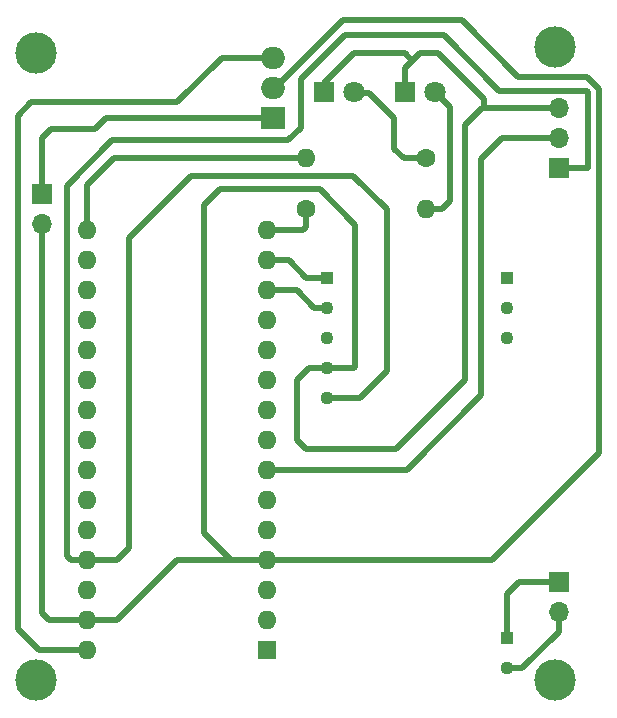
<source format=gbr>
%TF.GenerationSoftware,KiCad,Pcbnew,7.0.5*%
%TF.CreationDate,2024-02-22T14:35:59-05:00*%
%TF.ProjectId,ControlAcceso,436f6e74-726f-46c4-9163-6365736f2e6b,rev?*%
%TF.SameCoordinates,Original*%
%TF.FileFunction,Copper,L2,Bot*%
%TF.FilePolarity,Positive*%
%FSLAX46Y46*%
G04 Gerber Fmt 4.6, Leading zero omitted, Abs format (unit mm)*
G04 Created by KiCad (PCBNEW 7.0.5) date 2024-02-22 14:35:59*
%MOMM*%
%LPD*%
G01*
G04 APERTURE LIST*
%TA.AperFunction,ComponentPad*%
%ADD10R,1.700000X1.700000*%
%TD*%
%TA.AperFunction,ComponentPad*%
%ADD11O,1.700000X1.700000*%
%TD*%
%TA.AperFunction,ComponentPad*%
%ADD12R,1.800000X1.800000*%
%TD*%
%TA.AperFunction,ComponentPad*%
%ADD13C,1.800000*%
%TD*%
%TA.AperFunction,ComponentPad*%
%ADD14C,3.500000*%
%TD*%
%TA.AperFunction,ComponentPad*%
%ADD15R,1.600000X1.600000*%
%TD*%
%TA.AperFunction,ComponentPad*%
%ADD16O,1.600000X1.600000*%
%TD*%
%TA.AperFunction,ComponentPad*%
%ADD17C,1.108000*%
%TD*%
%TA.AperFunction,ComponentPad*%
%ADD18R,1.108000X1.108000*%
%TD*%
%TA.AperFunction,ComponentPad*%
%ADD19C,1.600000*%
%TD*%
%TA.AperFunction,ComponentPad*%
%ADD20R,2.000000X1.905000*%
%TD*%
%TA.AperFunction,ComponentPad*%
%ADD21O,2.000000X1.905000*%
%TD*%
%TA.AperFunction,Conductor*%
%ADD22C,0.500000*%
%TD*%
G04 APERTURE END LIST*
D10*
%TO.P,ANT1,1,Pin_1*%
%TO.N,Net-(ANT1-Pin_1)*%
X242125000Y-84100000D03*
D11*
%TO.P,ANT1,2,Pin_2*%
%TO.N,Net-(ANT1-Pin_2)*%
X242125000Y-86640000D03*
%TD*%
D12*
%TO.P,D2,1,K*%
%TO.N,GND*%
X222310000Y-42660000D03*
D13*
%TO.P,D2,2,A*%
%TO.N,Net-(D2-A)*%
X224850000Y-42660000D03*
%TD*%
D14*
%TO.P,,1*%
%TO.N,N/C*%
X197866000Y-92456000D03*
%TD*%
D12*
%TO.P,D1,1,K*%
%TO.N,GND*%
X229108000Y-42672000D03*
D13*
%TO.P,D1,2,A*%
%TO.N,Net-(D1-A)*%
X231648000Y-42672000D03*
%TD*%
D14*
%TO.P,,1*%
%TO.N,N/C*%
X197866000Y-39370000D03*
%TD*%
D15*
%TO.P,A1,1,D1/TX*%
%TO.N,unconnected-(A1-D1{slash}TX-Pad1)*%
X217424000Y-89916000D03*
D16*
%TO.P,A1,2,D0/RX*%
%TO.N,unconnected-(A1-D0{slash}RX-Pad2)*%
X217424000Y-87376000D03*
%TO.P,A1,3,~{RESET}*%
%TO.N,unconnected-(A1-~{RESET}-Pad3)*%
X217424000Y-84836000D03*
%TO.P,A1,4,GND*%
%TO.N,GND*%
X217424000Y-82296000D03*
%TO.P,A1,5,D2*%
%TO.N,unconnected-(A1-D2-Pad5)*%
X217424000Y-79756000D03*
%TO.P,A1,6,D3*%
%TO.N,unconnected-(A1-D3-Pad6)*%
X217424000Y-77216000D03*
%TO.P,A1,7,D4*%
%TO.N,OUT*%
X217424000Y-74676000D03*
%TO.P,A1,8,D5*%
%TO.N,unconnected-(A1-D5-Pad8)*%
X217424000Y-72136000D03*
%TO.P,A1,9,D6*%
%TO.N,unconnected-(A1-D6-Pad9)*%
X217424000Y-69596000D03*
%TO.P,A1,10,D7*%
%TO.N,unconnected-(A1-D7-Pad10)*%
X217424000Y-67056000D03*
%TO.P,A1,11,D8*%
%TO.N,unconnected-(A1-D8-Pad11)*%
X217424000Y-64516000D03*
%TO.P,A1,12,D9*%
%TO.N,unconnected-(A1-D9-Pad12)*%
X217424000Y-61976000D03*
%TO.P,A1,13,D10*%
%TO.N,TX-SERIAL*%
X217424000Y-59436000D03*
%TO.P,A1,14,D11*%
%TO.N,RX-SERIAL*%
X217424000Y-56896000D03*
%TO.P,A1,15,D12*%
%TO.N,LED-ON*%
X217424000Y-54356000D03*
%TO.P,A1,16,D13*%
%TO.N,LED-OFF*%
X202184000Y-54356000D03*
%TO.P,A1,17,3V3*%
%TO.N,3V3*%
X202184000Y-56896000D03*
%TO.P,A1,18,AREF*%
%TO.N,unconnected-(A1-AREF-Pad18)*%
X202184000Y-59436000D03*
%TO.P,A1,19,A0*%
%TO.N,unconnected-(A1-A0-Pad19)*%
X202184000Y-61976000D03*
%TO.P,A1,20,A1*%
%TO.N,unconnected-(A1-A1-Pad20)*%
X202184000Y-64516000D03*
%TO.P,A1,21,A2*%
%TO.N,unconnected-(A1-A2-Pad21)*%
X202184000Y-67056000D03*
%TO.P,A1,22,A3*%
%TO.N,unconnected-(A1-A3-Pad22)*%
X202184000Y-69596000D03*
%TO.P,A1,23,A4*%
%TO.N,unconnected-(A1-A4-Pad23)*%
X202184000Y-72136000D03*
%TO.P,A1,24,A5*%
%TO.N,unconnected-(A1-A5-Pad24)*%
X202184000Y-74676000D03*
%TO.P,A1,25,A6*%
%TO.N,unconnected-(A1-A6-Pad25)*%
X202184000Y-77216000D03*
%TO.P,A1,26,A7*%
%TO.N,unconnected-(A1-A7-Pad26)*%
X202184000Y-79756000D03*
%TO.P,A1,27,+5V*%
%TO.N,+5V*%
X202184000Y-82296000D03*
%TO.P,A1,28,~{RESET}*%
%TO.N,unconnected-(A1-~{RESET}-Pad28)*%
X202184000Y-84836000D03*
%TO.P,A1,29,GND*%
%TO.N,GND*%
X202184000Y-87376000D03*
%TO.P,A1,30,VIN*%
%TO.N,VIN*%
X202184000Y-89916000D03*
%TD*%
D17*
%TO.P,RDM1,ANT1,ANT1*%
%TO.N,Net-(ANT1-Pin_2)*%
X237744000Y-91397500D03*
D18*
%TO.P,RDM1,ANT2,ANT2*%
%TO.N,Net-(ANT1-Pin_1)*%
X237744000Y-88857500D03*
D17*
%TO.P,RDM1,D0,D0*%
%TO.N,unconnected-(RDM1-PadD0)*%
X222504000Y-63457500D03*
%TO.P,RDM1,GND,GND*%
%TO.N,GND*%
X222504000Y-65997500D03*
%TO.P,RDM1,GND1,GND1*%
%TO.N,unconnected-(RDM1-PadGND1)*%
X237744000Y-63457500D03*
D18*
%TO.P,RDM1,LED,LED*%
%TO.N,unconnected-(RDM1-PadLED)*%
X237744000Y-58377500D03*
D17*
%TO.P,RDM1,RX,RX*%
%TO.N,TX-SERIAL*%
X222504000Y-60917500D03*
D18*
%TO.P,RDM1,TX,TX*%
%TO.N,RX-SERIAL*%
X222504000Y-58377500D03*
D17*
%TO.P,RDM1,VCC,VCC*%
%TO.N,+5V*%
X222504000Y-68537500D03*
%TO.P,RDM1,VCC1,VCC1*%
%TO.N,unconnected-(RDM1-PadVCC1)*%
X237744000Y-60917500D03*
%TD*%
D19*
%TO.P,R1,1*%
%TO.N,Net-(D2-A)*%
X230886000Y-48260000D03*
D16*
%TO.P,R1,2*%
%TO.N,LED-OFF*%
X220726000Y-48260000D03*
%TD*%
D20*
%TO.P,U1,1,VI*%
%TO.N,Net-(DC-9V1-Pin_1)*%
X217932000Y-44830000D03*
D21*
%TO.P,U1,2,GND*%
%TO.N,GND*%
X217932000Y-42290000D03*
%TO.P,U1,3,VO*%
%TO.N,VIN*%
X217932000Y-39750000D03*
%TD*%
D10*
%TO.P,Salida1,1,Pin_1*%
%TO.N,+5V*%
X242125000Y-49125000D03*
D11*
%TO.P,Salida1,2,Pin_2*%
%TO.N,OUT*%
X242125000Y-46585000D03*
%TO.P,Salida1,3,Pin_3*%
%TO.N,GND*%
X242125000Y-44045000D03*
%TD*%
D19*
%TO.P,R2,1*%
%TO.N,LED-ON*%
X220726000Y-52578000D03*
D16*
%TO.P,R2,2*%
%TO.N,Net-(D1-A)*%
X230886000Y-52578000D03*
%TD*%
D10*
%TO.P,DC-9V1,1,Pin_1*%
%TO.N,Net-(DC-9V1-Pin_1)*%
X198370000Y-51303000D03*
D11*
%TO.P,DC-9V1,2,Pin_2*%
%TO.N,GND*%
X198370000Y-53843000D03*
%TD*%
D14*
%TO.P,,1*%
%TO.N,N/C*%
X241808000Y-38862000D03*
%TD*%
%TO.P,,1*%
%TO.N,N/C*%
X241808000Y-92456000D03*
%TD*%
D22*
%TO.N,GND*%
X223874000Y-36576000D02*
X233934000Y-36576000D01*
X245560000Y-42370000D02*
X245560000Y-73190000D01*
X244540000Y-41350000D02*
X245560000Y-42370000D01*
X198370000Y-86740000D02*
X199006000Y-87376000D01*
X229108000Y-40640000D02*
X229108000Y-42672000D01*
X209804000Y-82296000D02*
X217424000Y-82296000D01*
X231902000Y-39370000D02*
X230378000Y-39370000D01*
X214396000Y-82296000D02*
X212110000Y-80010000D01*
X234188000Y-67056000D02*
X234188000Y-45466000D01*
X219964000Y-67056000D02*
X219964000Y-72136000D01*
X238708000Y-41350000D02*
X244540000Y-41350000D01*
X198370000Y-53843000D02*
X198370000Y-86740000D01*
X224900000Y-65940000D02*
X224842500Y-65997500D01*
X245560000Y-73190000D02*
X236454000Y-82296000D01*
X235775000Y-43243000D02*
X231902000Y-39370000D01*
X213430000Y-50900000D02*
X221920000Y-50900000D01*
X221920000Y-50900000D02*
X224900000Y-53880000D01*
X222310000Y-41850000D02*
X224790000Y-39370000D01*
X202184000Y-87376000D02*
X204724000Y-87376000D01*
X228346000Y-72898000D02*
X234188000Y-67056000D01*
X212110000Y-80010000D02*
X212110000Y-52220000D01*
X239115050Y-44045000D02*
X242125000Y-44045000D01*
X220726000Y-72898000D02*
X228346000Y-72898000D01*
X217424000Y-82296000D02*
X214396000Y-82296000D01*
X224900000Y-53880000D02*
X224900000Y-65940000D01*
X230378000Y-39370000D02*
X229748000Y-40000000D01*
X219964000Y-72136000D02*
X220726000Y-72898000D01*
X218160000Y-42290000D02*
X223874000Y-36576000D01*
X229748000Y-40000000D02*
X229108000Y-40640000D01*
X234188000Y-45466000D02*
X235609000Y-44045000D01*
X221022500Y-65997500D02*
X219964000Y-67056000D01*
X224790000Y-39370000D02*
X229118000Y-39370000D01*
X229118000Y-39370000D02*
X229748000Y-40000000D01*
X222310000Y-42660000D02*
X222310000Y-41850000D01*
X222504000Y-65997500D02*
X221022500Y-65997500D01*
X236454000Y-82296000D02*
X217424000Y-82296000D01*
X199006000Y-87376000D02*
X202184000Y-87376000D01*
X204724000Y-87376000D02*
X209804000Y-82296000D01*
X233934000Y-36576000D02*
X238708000Y-41350000D01*
X229108000Y-42672000D02*
X229108000Y-40894000D01*
X212110000Y-52220000D02*
X213430000Y-50900000D01*
X224842500Y-65997500D02*
X222504000Y-65997500D01*
X217730000Y-42290000D02*
X218160000Y-42290000D01*
X242125000Y-44045000D02*
X235775000Y-44045000D01*
X235609000Y-44045000D02*
X235775000Y-44045000D01*
X235775000Y-44045000D02*
X235775000Y-43243000D01*
%TO.N,LED-ON*%
X220726000Y-54102000D02*
X220726000Y-52578000D01*
X217424000Y-54356000D02*
X220472000Y-54356000D01*
X220472000Y-54356000D02*
X220726000Y-54102000D01*
%TO.N,LED-OFF*%
X202184000Y-50546000D02*
X204470000Y-48260000D01*
X204470000Y-48260000D02*
X220726000Y-48260000D01*
X202184000Y-54356000D02*
X202184000Y-50546000D01*
%TO.N,OUT*%
X235600000Y-68330000D02*
X229254000Y-74676000D01*
X235600000Y-48300000D02*
X235600000Y-68330000D01*
X229254000Y-74676000D02*
X217424000Y-74676000D01*
X242125000Y-46585000D02*
X237315000Y-46585000D01*
X237315000Y-46585000D02*
X235600000Y-48300000D01*
%TO.N,+5V*%
X210970000Y-49750000D02*
X224756000Y-49750000D01*
X200876000Y-82296000D02*
X200490000Y-81910000D01*
X204704000Y-82296000D02*
X205725000Y-81275000D01*
X232410000Y-37846000D02*
X237114000Y-42550000D01*
X205725000Y-54995000D02*
X210970000Y-49750000D01*
X220290000Y-45690000D02*
X220290000Y-41570000D01*
X219260000Y-46720000D02*
X220290000Y-45690000D01*
X200490000Y-50570000D02*
X204340000Y-46720000D01*
X244490000Y-42550000D02*
X244590000Y-42650000D01*
X244590000Y-49060000D02*
X244525000Y-49125000D01*
X202184000Y-82296000D02*
X204704000Y-82296000D01*
X200490000Y-81910000D02*
X200490000Y-50570000D01*
X204340000Y-46720000D02*
X219260000Y-46720000D01*
X244525000Y-49125000D02*
X242125000Y-49125000D01*
X224014000Y-37846000D02*
X232410000Y-37846000D01*
X237114000Y-42550000D02*
X244490000Y-42550000D01*
X220290000Y-41570000D02*
X224014000Y-37846000D01*
X205725000Y-81275000D02*
X205725000Y-54995000D01*
X202184000Y-82296000D02*
X200876000Y-82296000D01*
X227584000Y-66311000D02*
X225357500Y-68537500D01*
X224756000Y-49750000D02*
X227584000Y-52578000D01*
X244590000Y-42650000D02*
X244590000Y-49060000D01*
X227584000Y-52578000D02*
X227584000Y-66311000D01*
X225357500Y-68537500D02*
X222504000Y-68537500D01*
%TO.N,VIN*%
X202184000Y-89916000D02*
X198096000Y-89916000D01*
X198096000Y-89916000D02*
X196330000Y-88150000D01*
X209810000Y-43540000D02*
X213600000Y-39750000D01*
X197460000Y-43540000D02*
X209810000Y-43540000D01*
X196330000Y-88150000D02*
X196330000Y-44670000D01*
X213600000Y-39750000D02*
X217730000Y-39750000D01*
X196330000Y-44670000D02*
X197460000Y-43540000D01*
%TO.N,Net-(D1-A)*%
X231648000Y-42672000D02*
X232918000Y-43942000D01*
X232232000Y-52578000D02*
X230886000Y-52578000D01*
X232918000Y-51868000D02*
X232930000Y-51880000D01*
X232930000Y-51880000D02*
X232232000Y-52578000D01*
X232918000Y-43942000D02*
X232918000Y-51868000D01*
%TO.N,Net-(D2-A)*%
X229010000Y-48260000D02*
X230886000Y-48260000D01*
X226080000Y-42700000D02*
X228220000Y-44840000D01*
X224890000Y-42700000D02*
X226080000Y-42700000D01*
X228220000Y-44840000D02*
X228220000Y-47470000D01*
X228220000Y-47470000D02*
X229010000Y-48260000D01*
X224850000Y-42660000D02*
X224890000Y-42700000D01*
%TO.N,RX-SERIAL*%
X222504000Y-58377500D02*
X220767500Y-58377500D01*
X220767500Y-58377500D02*
X219286000Y-56896000D01*
X219286000Y-56896000D02*
X217424000Y-56896000D01*
%TO.N,TX-SERIAL*%
X221445500Y-60917500D02*
X219964000Y-59436000D01*
X222504000Y-60917500D02*
X221445500Y-60917500D01*
X219964000Y-59436000D02*
X217424000Y-59436000D01*
%TO.N,Net-(ANT1-Pin_2)*%
X242125000Y-88335000D02*
X242125000Y-86640000D01*
X237744000Y-91397500D02*
X239062500Y-91397500D01*
X239062500Y-91397500D02*
X242125000Y-88335000D01*
%TO.N,Net-(ANT1-Pin_1)*%
X237744000Y-88857500D02*
X237744000Y-85131000D01*
X238775000Y-84100000D02*
X242125000Y-84100000D01*
X237744000Y-85131000D02*
X238775000Y-84100000D01*
%TO.N,Net-(DC-9V1-Pin_1)*%
X202910000Y-45770000D02*
X203850000Y-44830000D01*
X202890000Y-45750000D02*
X202910000Y-45770000D01*
X199136000Y-45750000D02*
X202890000Y-45750000D01*
X198370000Y-51303000D02*
X198370000Y-46516000D01*
X203850000Y-44830000D02*
X217730000Y-44830000D01*
X198370000Y-46516000D02*
X199136000Y-45750000D01*
%TD*%
M02*

</source>
